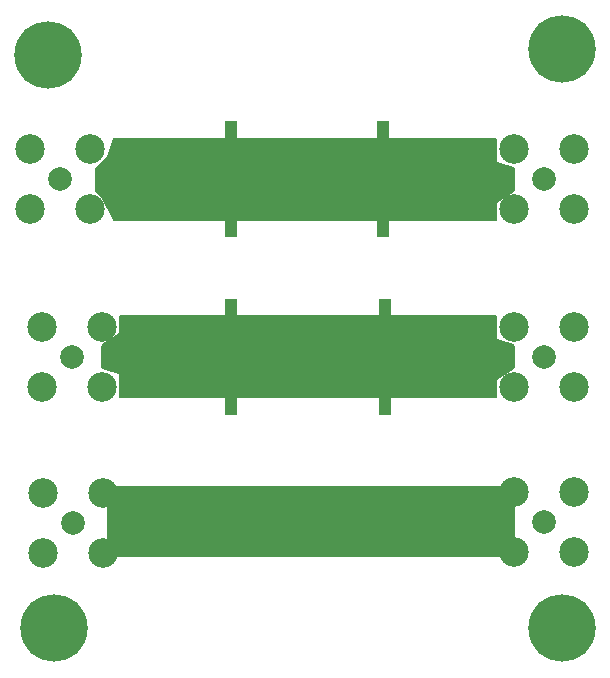
<source format=gbr>
%TF.GenerationSoftware,KiCad,Pcbnew,(6.0.0)*%
%TF.CreationDate,2022-07-22T11:55:08+02:00*%
%TF.ProjectId,aliasing,616c6961-7369-46e6-972e-6b696361645f,rev?*%
%TF.SameCoordinates,Original*%
%TF.FileFunction,Soldermask,Top*%
%TF.FilePolarity,Negative*%
%FSLAX46Y46*%
G04 Gerber Fmt 4.6, Leading zero omitted, Abs format (unit mm)*
G04 Created by KiCad (PCBNEW (6.0.0)) date 2022-07-22 11:55:08*
%MOMM*%
%LPD*%
G01*
G04 APERTURE LIST*
%ADD10R,1.016000X1.778000*%
%ADD11R,1.778000X1.016000*%
%ADD12R,1.600000X0.800000*%
%ADD13C,0.610000*%
%ADD14R,3.250000X1.500000*%
%ADD15C,1.998980*%
%ADD16C,2.499360*%
%ADD17C,5.700000*%
G04 APERTURE END LIST*
D10*
%TO.C,U1004*%
X153500000Y-60936000D03*
X153500000Y-69064000D03*
D11*
X149436000Y-63095000D03*
X149436000Y-65000000D03*
X149436000Y-66905000D03*
X157564000Y-66905000D03*
X157564000Y-65000000D03*
X157564000Y-63095000D03*
%TD*%
D10*
%TO.C,U1003*%
X153436000Y-45936000D03*
X153436000Y-54064000D03*
D11*
X149372000Y-48095000D03*
X149372000Y-50000000D03*
X149372000Y-51905000D03*
X157500000Y-51905000D03*
X157500000Y-50000000D03*
X157500000Y-48095000D03*
%TD*%
D12*
%TO.C,FL1001*%
X158050000Y-79000000D03*
D13*
X159000000Y-80500000D03*
D14*
X160000000Y-80500000D03*
D12*
X161950000Y-79000000D03*
D14*
X160000000Y-77500000D03*
D13*
X161100000Y-80500000D03*
X161000000Y-77300000D03*
X158800000Y-77250000D03*
%TD*%
D15*
%TO.C,J1005*%
X180000000Y-50000000D03*
D16*
X177460000Y-47460000D03*
X177460000Y-52540000D03*
X182540000Y-47460000D03*
X182540000Y-52540000D03*
%TD*%
D11*
%TO.C,U1002*%
X162436000Y-63095000D03*
X162436000Y-65000000D03*
X162436000Y-66905000D03*
D10*
X166500000Y-69064000D03*
D11*
X170564000Y-66905000D03*
X170564000Y-65000000D03*
X170564000Y-63095000D03*
D10*
X166500000Y-60936000D03*
%TD*%
D15*
%TO.C,J1002*%
X139000000Y-50000000D03*
D16*
X141540000Y-52540000D03*
X136460000Y-47460000D03*
X141540000Y-47460000D03*
X136460000Y-52540000D03*
%TD*%
D17*
%TO.C,J1007*%
X181500000Y-39000000D03*
%TD*%
D15*
%TO.C,J1003*%
X140000000Y-65000000D03*
D16*
X142540000Y-67540000D03*
X137460000Y-67540000D03*
X137460000Y-62460000D03*
X142540000Y-62460000D03*
%TD*%
D17*
%TO.C,J1008*%
X181500000Y-88000000D03*
%TD*%
%TO.C,J1009*%
X138500000Y-88000000D03*
%TD*%
D10*
%TO.C,U1001*%
X166317000Y-45936000D03*
D11*
X170381000Y-48095000D03*
X170381000Y-50000000D03*
X170381000Y-51905000D03*
D10*
X166317000Y-54064000D03*
D11*
X162253000Y-51905000D03*
X162253000Y-50000000D03*
X162253000Y-48095000D03*
%TD*%
D15*
%TO.C,J1001*%
X140071044Y-79080000D03*
D16*
X137531044Y-81620000D03*
X142611044Y-76540000D03*
X137531044Y-76540000D03*
X142611044Y-81620000D03*
%TD*%
D17*
%TO.C,J1010*%
X138000000Y-39500000D03*
%TD*%
D15*
%TO.C,J1006*%
X180000000Y-65000000D03*
D16*
X177460000Y-62460000D03*
X182540000Y-67540000D03*
X177460000Y-67540000D03*
X182540000Y-62460000D03*
%TD*%
D15*
%TO.C,J1004*%
X180000000Y-79000000D03*
D16*
X177460000Y-76460000D03*
X177460000Y-81540000D03*
X182540000Y-81540000D03*
X182540000Y-76460000D03*
%TD*%
G36*
X177442121Y-76020002D02*
G01*
X177488614Y-76073658D01*
X177500000Y-76126000D01*
X177500000Y-81874000D01*
X177479998Y-81942121D01*
X177426342Y-81988614D01*
X177374000Y-82000000D01*
X143126000Y-82000000D01*
X143057879Y-81979998D01*
X143011386Y-81926342D01*
X143000000Y-81874000D01*
X143000000Y-76126000D01*
X143020002Y-76057879D01*
X143073658Y-76011386D01*
X143126000Y-76000000D01*
X177374000Y-76000000D01*
X177442121Y-76020002D01*
G37*
G36*
X160196121Y-61520002D02*
G01*
X160242614Y-61573658D01*
X160254000Y-61626000D01*
X160254000Y-68374000D01*
X160233998Y-68442121D01*
X160180342Y-68488614D01*
X160128000Y-68500000D01*
X144126000Y-68500000D01*
X144057879Y-68479998D01*
X144011386Y-68426342D01*
X144000000Y-68374000D01*
X144000000Y-66518115D01*
X143995525Y-66502876D01*
X143987334Y-66495778D01*
X142586155Y-66028718D01*
X142527855Y-65988201D01*
X142500716Y-65922596D01*
X142500000Y-65909184D01*
X142500000Y-64067433D01*
X142520002Y-63999312D01*
X142556108Y-63962595D01*
X143984926Y-63010049D01*
X143998593Y-62993731D01*
X144000000Y-62986990D01*
X144000000Y-61626000D01*
X144020002Y-61557879D01*
X144073658Y-61511386D01*
X144126000Y-61500000D01*
X160128000Y-61500000D01*
X160196121Y-61520002D01*
G37*
G36*
X175942121Y-61520002D02*
G01*
X175988614Y-61573658D01*
X176000000Y-61626000D01*
X176000000Y-63481885D01*
X176004475Y-63497124D01*
X176012666Y-63504222D01*
X177413845Y-63971282D01*
X177472145Y-64011799D01*
X177499284Y-64077404D01*
X177500000Y-64090816D01*
X177500000Y-65932567D01*
X177479998Y-66000688D01*
X177443892Y-66037405D01*
X176015074Y-66989951D01*
X176001407Y-67006269D01*
X176000000Y-67013010D01*
X176000000Y-68374000D01*
X175979998Y-68442121D01*
X175926342Y-68488614D01*
X175874000Y-68500000D01*
X159872000Y-68500000D01*
X159803879Y-68479998D01*
X159757386Y-68426342D01*
X159746000Y-68374000D01*
X159746000Y-61626000D01*
X159766002Y-61557879D01*
X159819658Y-61511386D01*
X159872000Y-61500000D01*
X175874000Y-61500000D01*
X175942121Y-61520002D01*
G37*
G36*
X175942121Y-46520002D02*
G01*
X175988614Y-46573658D01*
X176000000Y-46626000D01*
X176000000Y-48481885D01*
X176004475Y-48497124D01*
X176012666Y-48504222D01*
X177413845Y-48971282D01*
X177472145Y-49011799D01*
X177499284Y-49077404D01*
X177500000Y-49090816D01*
X177500000Y-50932567D01*
X177479998Y-51000688D01*
X177443892Y-51037405D01*
X176015074Y-51989951D01*
X176001407Y-52006269D01*
X176000000Y-52013010D01*
X176000000Y-53374000D01*
X175979998Y-53442121D01*
X175926342Y-53488614D01*
X175874000Y-53500000D01*
X159872000Y-53500000D01*
X159803879Y-53479998D01*
X159757386Y-53426342D01*
X159746000Y-53374000D01*
X159746000Y-46626000D01*
X159766002Y-46557879D01*
X159819658Y-46511386D01*
X159872000Y-46500000D01*
X175874000Y-46500000D01*
X175942121Y-46520002D01*
G37*
G36*
X160196121Y-46520002D02*
G01*
X160242614Y-46573658D01*
X160254000Y-46626000D01*
X160254000Y-53374000D01*
X160233998Y-53442121D01*
X160180342Y-53488614D01*
X160128000Y-53500000D01*
X143577872Y-53500000D01*
X143509751Y-53479998D01*
X143465174Y-53430349D01*
X142504543Y-51509086D01*
X142492815Y-51492815D01*
X142036905Y-51036905D01*
X142002879Y-50974593D01*
X142000000Y-50947810D01*
X142000000Y-49052190D01*
X142020002Y-48984069D01*
X142036905Y-48963095D01*
X142989626Y-48010374D01*
X143004639Y-47986083D01*
X143471282Y-46586155D01*
X143511799Y-46527855D01*
X143577404Y-46500716D01*
X143590816Y-46500000D01*
X160128000Y-46500000D01*
X160196121Y-46520002D01*
G37*
M02*

</source>
